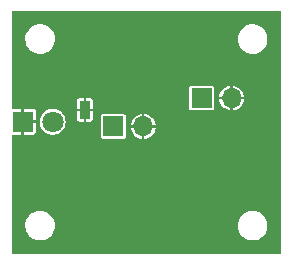
<source format=gbr>
%TF.GenerationSoftware,KiCad,Pcbnew,(6.0.2)*%
%TF.CreationDate,2022-05-16T06:01:07+03:00*%
%TF.ProjectId,FLIM_detector,464c494d-5f64-4657-9465-63746f722e6b,rev?*%
%TF.SameCoordinates,Original*%
%TF.FileFunction,Copper,L2,Bot*%
%TF.FilePolarity,Positive*%
%FSLAX46Y46*%
G04 Gerber Fmt 4.6, Leading zero omitted, Abs format (unit mm)*
G04 Created by KiCad (PCBNEW (6.0.2)) date 2022-05-16 06:01:07*
%MOMM*%
%LPD*%
G01*
G04 APERTURE LIST*
%TA.AperFunction,SMDPad,CuDef*%
%ADD10R,0.900000X1.600000*%
%TD*%
%TA.AperFunction,ComponentPad*%
%ADD11C,0.600000*%
%TD*%
%TA.AperFunction,ComponentPad*%
%ADD12R,1.700000X1.700000*%
%TD*%
%TA.AperFunction,ComponentPad*%
%ADD13O,1.700000X1.700000*%
%TD*%
%TA.AperFunction,ComponentPad*%
%ADD14R,1.800000X1.800000*%
%TD*%
%TA.AperFunction,ComponentPad*%
%ADD15C,1.800000*%
%TD*%
%TA.AperFunction,ViaPad*%
%ADD16C,0.800000*%
%TD*%
G04 APERTURE END LIST*
D10*
%TO.P,U2,9,V-*%
%TO.N,GND*%
X252000000Y-43800000D03*
D11*
X252000000Y-44300000D03*
X252000000Y-43300000D03*
%TD*%
D12*
%TO.P,J1,1,Pin_1*%
%TO.N,Net-(D1-Pad2)*%
X261875000Y-42800000D03*
D13*
%TO.P,J1,2,Pin_2*%
%TO.N,GND*%
X264415000Y-42800000D03*
%TD*%
D14*
%TO.P,D2,1,K*%
%TO.N,GND*%
X246725000Y-44800000D03*
D15*
%TO.P,D2,2,A*%
%TO.N,Net-(U2-Pad3)*%
X249265000Y-44800000D03*
%TD*%
D12*
%TO.P,J2,1,Pin_1*%
%TO.N,Net-(J2-Pad1)*%
X254400000Y-45200000D03*
D13*
%TO.P,J2,2,Pin_2*%
%TO.N,GND*%
X256940000Y-45200000D03*
%TD*%
D16*
%TO.N,GND*%
X252200000Y-40400000D03*
X260000000Y-46800000D03*
X253000000Y-48200000D03*
X248400000Y-49000000D03*
X246600000Y-48400000D03*
X263400000Y-39200000D03*
X266200000Y-45400000D03*
X264200000Y-46000000D03*
X265800000Y-47000000D03*
X257600000Y-49600000D03*
X254600000Y-38600000D03*
X256200000Y-47000000D03*
X261400000Y-39200000D03*
X247000000Y-42000000D03*
X256984812Y-39982490D03*
X258800000Y-38800000D03*
X252583886Y-45782894D03*
X257200000Y-43200000D03*
X256400000Y-53000000D03*
%TD*%
%TA.AperFunction,Conductor*%
%TO.N,GND*%
G36*
X268559191Y-35418907D02*
G01*
X268595155Y-35468407D01*
X268600000Y-35499000D01*
X268600000Y-55901000D01*
X268581093Y-55959191D01*
X268531593Y-55995155D01*
X268501000Y-56000000D01*
X245899000Y-56000000D01*
X245840809Y-55981093D01*
X245804845Y-55931593D01*
X245800000Y-55901000D01*
X245800000Y-53639438D01*
X246945066Y-53639438D01*
X246971883Y-53861044D01*
X246973176Y-53865249D01*
X246973177Y-53865251D01*
X247014776Y-54000471D01*
X247037519Y-54074400D01*
X247139901Y-54272759D01*
X247275790Y-54449854D01*
X247279046Y-54452817D01*
X247279049Y-54452820D01*
X247386341Y-54550448D01*
X247440893Y-54600086D01*
X247629990Y-54718707D01*
X247634072Y-54720348D01*
X247634076Y-54720350D01*
X247762877Y-54772127D01*
X247837105Y-54801966D01*
X248055690Y-54847233D01*
X248112349Y-54850500D01*
X248256630Y-54850500D01*
X248258824Y-54850304D01*
X248258828Y-54850304D01*
X248417951Y-54836103D01*
X248417955Y-54836102D01*
X248422339Y-54835711D01*
X248426584Y-54834550D01*
X248426588Y-54834549D01*
X248633400Y-54777971D01*
X248633401Y-54777971D01*
X248637651Y-54776808D01*
X248756018Y-54720350D01*
X248835151Y-54682606D01*
X248835156Y-54682603D01*
X248839129Y-54680708D01*
X249020405Y-54550448D01*
X249115014Y-54452820D01*
X249172681Y-54393312D01*
X249175749Y-54390146D01*
X249300250Y-54204868D01*
X249389974Y-54000471D01*
X249442085Y-53783415D01*
X249450386Y-53639438D01*
X264945066Y-53639438D01*
X264971883Y-53861044D01*
X264973176Y-53865249D01*
X264973177Y-53865251D01*
X265014776Y-54000471D01*
X265037519Y-54074400D01*
X265139901Y-54272759D01*
X265275790Y-54449854D01*
X265279046Y-54452817D01*
X265279049Y-54452820D01*
X265386341Y-54550448D01*
X265440893Y-54600086D01*
X265629990Y-54718707D01*
X265634072Y-54720348D01*
X265634076Y-54720350D01*
X265762877Y-54772127D01*
X265837105Y-54801966D01*
X266055690Y-54847233D01*
X266112349Y-54850500D01*
X266256630Y-54850500D01*
X266258824Y-54850304D01*
X266258828Y-54850304D01*
X266417951Y-54836103D01*
X266417955Y-54836102D01*
X266422339Y-54835711D01*
X266426584Y-54834550D01*
X266426588Y-54834549D01*
X266633400Y-54777971D01*
X266633401Y-54777971D01*
X266637651Y-54776808D01*
X266756018Y-54720350D01*
X266835151Y-54682606D01*
X266835156Y-54682603D01*
X266839129Y-54680708D01*
X267020405Y-54550448D01*
X267115014Y-54452820D01*
X267172681Y-54393312D01*
X267175749Y-54390146D01*
X267300250Y-54204868D01*
X267389974Y-54000471D01*
X267442085Y-53783415D01*
X267454934Y-53560562D01*
X267428117Y-53338956D01*
X267386541Y-53203808D01*
X267363778Y-53129815D01*
X267363777Y-53129812D01*
X267362481Y-53125600D01*
X267260099Y-52927241D01*
X267124210Y-52750146D01*
X267120954Y-52747183D01*
X267120951Y-52747180D01*
X266962361Y-52602875D01*
X266962362Y-52602875D01*
X266959107Y-52599914D01*
X266770010Y-52481293D01*
X266765928Y-52479652D01*
X266765924Y-52479650D01*
X266622585Y-52422029D01*
X266562895Y-52398034D01*
X266344310Y-52352767D01*
X266287651Y-52349500D01*
X266143370Y-52349500D01*
X266141176Y-52349696D01*
X266141172Y-52349696D01*
X265982049Y-52363897D01*
X265982045Y-52363898D01*
X265977661Y-52364289D01*
X265973416Y-52365450D01*
X265973412Y-52365451D01*
X265848301Y-52399678D01*
X265762349Y-52423192D01*
X265758371Y-52425089D01*
X265758372Y-52425089D01*
X265564849Y-52517394D01*
X265564844Y-52517397D01*
X265560871Y-52519292D01*
X265379595Y-52649552D01*
X265376522Y-52652723D01*
X265376521Y-52652724D01*
X265282112Y-52750146D01*
X265224251Y-52809854D01*
X265099750Y-52995132D01*
X265010026Y-53199529D01*
X264957915Y-53416585D01*
X264945066Y-53639438D01*
X249450386Y-53639438D01*
X249454934Y-53560562D01*
X249428117Y-53338956D01*
X249386541Y-53203808D01*
X249363778Y-53129815D01*
X249363777Y-53129812D01*
X249362481Y-53125600D01*
X249260099Y-52927241D01*
X249124210Y-52750146D01*
X249120954Y-52747183D01*
X249120951Y-52747180D01*
X248962361Y-52602875D01*
X248962362Y-52602875D01*
X248959107Y-52599914D01*
X248770010Y-52481293D01*
X248765928Y-52479652D01*
X248765924Y-52479650D01*
X248622585Y-52422029D01*
X248562895Y-52398034D01*
X248344310Y-52352767D01*
X248287651Y-52349500D01*
X248143370Y-52349500D01*
X248141176Y-52349696D01*
X248141172Y-52349696D01*
X247982049Y-52363897D01*
X247982045Y-52363898D01*
X247977661Y-52364289D01*
X247973416Y-52365450D01*
X247973412Y-52365451D01*
X247848301Y-52399678D01*
X247762349Y-52423192D01*
X247758371Y-52425089D01*
X247758372Y-52425089D01*
X247564849Y-52517394D01*
X247564844Y-52517397D01*
X247560871Y-52519292D01*
X247379595Y-52649552D01*
X247376522Y-52652723D01*
X247376521Y-52652724D01*
X247282112Y-52750146D01*
X247224251Y-52809854D01*
X247099750Y-52995132D01*
X247010026Y-53199529D01*
X246957915Y-53416585D01*
X246945066Y-53639438D01*
X245800000Y-53639438D01*
X245800000Y-46069748D01*
X253349500Y-46069748D01*
X253361133Y-46128231D01*
X253405448Y-46194552D01*
X253471769Y-46238867D01*
X253481332Y-46240769D01*
X253481334Y-46240770D01*
X253504005Y-46245279D01*
X253530252Y-46250500D01*
X255269748Y-46250500D01*
X255295995Y-46245279D01*
X255318666Y-46240770D01*
X255318668Y-46240769D01*
X255328231Y-46238867D01*
X255394552Y-46194552D01*
X255438867Y-46128231D01*
X255450500Y-46069748D01*
X255450500Y-45309846D01*
X255895483Y-45309846D01*
X255901847Y-45385644D01*
X255903585Y-45395111D01*
X255957674Y-45583743D01*
X255961225Y-45592711D01*
X256050919Y-45767236D01*
X256056142Y-45775341D01*
X256178037Y-45929134D01*
X256184720Y-45936055D01*
X256334164Y-46063241D01*
X256342078Y-46068742D01*
X256513373Y-46164475D01*
X256522201Y-46168332D01*
X256708838Y-46228974D01*
X256718238Y-46231041D01*
X256824432Y-46243704D01*
X256837514Y-46241113D01*
X256838955Y-46239557D01*
X256840000Y-46234803D01*
X256840000Y-46229775D01*
X257040000Y-46229775D01*
X257044122Y-46242460D01*
X257046735Y-46244359D01*
X257049679Y-46244710D01*
X257118385Y-46239424D01*
X257127876Y-46237750D01*
X257316882Y-46184978D01*
X257325862Y-46181496D01*
X257501020Y-46093017D01*
X257509155Y-46087854D01*
X257663787Y-45967042D01*
X257670771Y-45960391D01*
X257798990Y-45811848D01*
X257804546Y-45803973D01*
X257901471Y-45633353D01*
X257905392Y-45624546D01*
X257967334Y-45438346D01*
X257969469Y-45428944D01*
X257983794Y-45315556D01*
X257981294Y-45302455D01*
X257979884Y-45301130D01*
X257974829Y-45300000D01*
X257055680Y-45300000D01*
X257042995Y-45304122D01*
X257040000Y-45308243D01*
X257040000Y-46229775D01*
X256840000Y-46229775D01*
X256840000Y-45315680D01*
X256835878Y-45302995D01*
X256831757Y-45300000D01*
X255910336Y-45300000D01*
X255897651Y-45304122D01*
X255895860Y-45306586D01*
X255895483Y-45309846D01*
X255450500Y-45309846D01*
X255450500Y-45084417D01*
X255896334Y-45084417D01*
X255899016Y-45097484D01*
X255900719Y-45099039D01*
X255905165Y-45100000D01*
X256824320Y-45100000D01*
X256837005Y-45095878D01*
X256840000Y-45091757D01*
X256840000Y-45084320D01*
X257040000Y-45084320D01*
X257044122Y-45097005D01*
X257048243Y-45100000D01*
X257969596Y-45100000D01*
X257982281Y-45095878D01*
X257983854Y-45093713D01*
X257984278Y-45089818D01*
X257975459Y-44999885D01*
X257973589Y-44990437D01*
X257916869Y-44802572D01*
X257913199Y-44793668D01*
X257821072Y-44620401D01*
X257815740Y-44612376D01*
X257691716Y-44460307D01*
X257684922Y-44453466D01*
X257533721Y-44328381D01*
X257525738Y-44322997D01*
X257353114Y-44229660D01*
X257344243Y-44225931D01*
X257156775Y-44167900D01*
X257147341Y-44165963D01*
X257055594Y-44156320D01*
X257042548Y-44159093D01*
X257040881Y-44160945D01*
X257040000Y-44165088D01*
X257040000Y-45084320D01*
X256840000Y-45084320D01*
X256840000Y-44170396D01*
X256835878Y-44157711D01*
X256833563Y-44156028D01*
X256829987Y-44155627D01*
X256747117Y-44163168D01*
X256737654Y-44164974D01*
X256549407Y-44220378D01*
X256540466Y-44223991D01*
X256366573Y-44314899D01*
X256358497Y-44320184D01*
X256205571Y-44443140D01*
X256198687Y-44449881D01*
X256072551Y-44600205D01*
X256067104Y-44608159D01*
X255972573Y-44780111D01*
X255968773Y-44788976D01*
X255909440Y-44976019D01*
X255907435Y-44985450D01*
X255896334Y-45084417D01*
X255450500Y-45084417D01*
X255450500Y-44330252D01*
X255438867Y-44271769D01*
X255394552Y-44205448D01*
X255328231Y-44161133D01*
X255318668Y-44159231D01*
X255318666Y-44159230D01*
X255295995Y-44154721D01*
X255269748Y-44149500D01*
X253530252Y-44149500D01*
X253504005Y-44154721D01*
X253481334Y-44159230D01*
X253481332Y-44159231D01*
X253471769Y-44161133D01*
X253405448Y-44205448D01*
X253361133Y-44271769D01*
X253349500Y-44330252D01*
X253349500Y-46069748D01*
X245800000Y-46069748D01*
X245800000Y-45999000D01*
X245818907Y-45940809D01*
X245868407Y-45904845D01*
X245899000Y-45900000D01*
X246609320Y-45900000D01*
X246622005Y-45895878D01*
X246625000Y-45891757D01*
X246625000Y-45884320D01*
X246825000Y-45884320D01*
X246829122Y-45897005D01*
X246833243Y-45900000D01*
X247639840Y-45900000D01*
X247649462Y-45899052D01*
X247693474Y-45890298D01*
X247711142Y-45882979D01*
X247761082Y-45849611D01*
X247774611Y-45836082D01*
X247807979Y-45786142D01*
X247815298Y-45768474D01*
X247824052Y-45724462D01*
X247825000Y-45714840D01*
X247825000Y-44915680D01*
X247820878Y-44902995D01*
X247816757Y-44900000D01*
X246840680Y-44900000D01*
X246827995Y-44904122D01*
X246825000Y-44908243D01*
X246825000Y-45884320D01*
X246625000Y-45884320D01*
X246625000Y-44771069D01*
X248160164Y-44771069D01*
X248161338Y-44788976D01*
X248169155Y-44908243D01*
X248173392Y-44972894D01*
X248174508Y-44977287D01*
X248174508Y-44977289D01*
X248205673Y-45100000D01*
X248223178Y-45168928D01*
X248307856Y-45352607D01*
X248424588Y-45517780D01*
X248569466Y-45658913D01*
X248737637Y-45771282D01*
X248923470Y-45851122D01*
X249120740Y-45895760D01*
X249322842Y-45903700D01*
X249348361Y-45900000D01*
X249518519Y-45875329D01*
X249518522Y-45875328D01*
X249523007Y-45874678D01*
X249636707Y-45836082D01*
X249710234Y-45811123D01*
X249710237Y-45811121D01*
X249714531Y-45809664D01*
X249891001Y-45710837D01*
X250046505Y-45581505D01*
X250175837Y-45426001D01*
X250274664Y-45249531D01*
X250339678Y-45058007D01*
X250351566Y-44976019D01*
X250368283Y-44860717D01*
X250368700Y-44857842D01*
X250370215Y-44800000D01*
X250369837Y-44795878D01*
X250353201Y-44614840D01*
X251350000Y-44614840D01*
X251350948Y-44624462D01*
X251359702Y-44668474D01*
X251367021Y-44686142D01*
X251400389Y-44736082D01*
X251413918Y-44749611D01*
X251463858Y-44782979D01*
X251481526Y-44790298D01*
X251525538Y-44799052D01*
X251535160Y-44800000D01*
X251884320Y-44800000D01*
X251897005Y-44795878D01*
X251900000Y-44791757D01*
X251900000Y-44784320D01*
X252100000Y-44784320D01*
X252104122Y-44797005D01*
X252108243Y-44800000D01*
X252464840Y-44800000D01*
X252474462Y-44799052D01*
X252518474Y-44790298D01*
X252536142Y-44782979D01*
X252586082Y-44749611D01*
X252599611Y-44736082D01*
X252632979Y-44686142D01*
X252640298Y-44668474D01*
X252649052Y-44624462D01*
X252650000Y-44614840D01*
X252650000Y-43915680D01*
X252645878Y-43902995D01*
X252641757Y-43900000D01*
X252115680Y-43900000D01*
X252102995Y-43904122D01*
X252100000Y-43908243D01*
X252100000Y-44784320D01*
X251900000Y-44784320D01*
X251900000Y-43915680D01*
X251895878Y-43902995D01*
X251891757Y-43900000D01*
X251365680Y-43900000D01*
X251352995Y-43904122D01*
X251350000Y-43908243D01*
X251350000Y-44614840D01*
X250353201Y-44614840D01*
X250352123Y-44603109D01*
X250351708Y-44598591D01*
X250296807Y-44403926D01*
X250207351Y-44222527D01*
X250086335Y-44060467D01*
X249937812Y-43923174D01*
X249915125Y-43908859D01*
X249770594Y-43817667D01*
X249766757Y-43815246D01*
X249578898Y-43740298D01*
X249380526Y-43700839D01*
X249280930Y-43699535D01*
X249182826Y-43698251D01*
X249182821Y-43698251D01*
X249178286Y-43698192D01*
X249173813Y-43698961D01*
X249173808Y-43698961D01*
X249076511Y-43715680D01*
X248978949Y-43732444D01*
X248789193Y-43802449D01*
X248615371Y-43905862D01*
X248611956Y-43908857D01*
X248611953Y-43908859D01*
X248595630Y-43923174D01*
X248463305Y-44039220D01*
X248460497Y-44042782D01*
X248361863Y-44167900D01*
X248338089Y-44198057D01*
X248243914Y-44377053D01*
X248242569Y-44381384D01*
X248242568Y-44381387D01*
X248221301Y-44449881D01*
X248183937Y-44570213D01*
X248160164Y-44771069D01*
X246625000Y-44771069D01*
X246625000Y-44684320D01*
X246825000Y-44684320D01*
X246829122Y-44697005D01*
X246833243Y-44700000D01*
X247809320Y-44700000D01*
X247822005Y-44695878D01*
X247825000Y-44691757D01*
X247825000Y-43885160D01*
X247824052Y-43875538D01*
X247815298Y-43831526D01*
X247807979Y-43813858D01*
X247774611Y-43763918D01*
X247761082Y-43750389D01*
X247711142Y-43717021D01*
X247693474Y-43709702D01*
X247649462Y-43700948D01*
X247639840Y-43700000D01*
X246840680Y-43700000D01*
X246827995Y-43704122D01*
X246825000Y-43708243D01*
X246825000Y-44684320D01*
X246625000Y-44684320D01*
X246625000Y-43715680D01*
X246620878Y-43702995D01*
X246616757Y-43700000D01*
X245899000Y-43700000D01*
X245850741Y-43684320D01*
X251350000Y-43684320D01*
X251354122Y-43697005D01*
X251358243Y-43700000D01*
X251884320Y-43700000D01*
X251897005Y-43695878D01*
X251900000Y-43691757D01*
X251900000Y-43684320D01*
X252100000Y-43684320D01*
X252104122Y-43697005D01*
X252108243Y-43700000D01*
X252634320Y-43700000D01*
X252647005Y-43695878D01*
X252650000Y-43691757D01*
X252650000Y-43669748D01*
X260824500Y-43669748D01*
X260829698Y-43695878D01*
X260830518Y-43700000D01*
X260836133Y-43728231D01*
X260880448Y-43794552D01*
X260946769Y-43838867D01*
X260956332Y-43840769D01*
X260956334Y-43840770D01*
X260979005Y-43845279D01*
X261005252Y-43850500D01*
X262744748Y-43850500D01*
X262770995Y-43845279D01*
X262793666Y-43840770D01*
X262793668Y-43840769D01*
X262803231Y-43838867D01*
X262869552Y-43794552D01*
X262913867Y-43728231D01*
X262919483Y-43700000D01*
X262920302Y-43695878D01*
X262925500Y-43669748D01*
X262925500Y-42909846D01*
X263370483Y-42909846D01*
X263376847Y-42985644D01*
X263378585Y-42995111D01*
X263432674Y-43183743D01*
X263436225Y-43192711D01*
X263525919Y-43367236D01*
X263531142Y-43375341D01*
X263653037Y-43529134D01*
X263659720Y-43536055D01*
X263809164Y-43663241D01*
X263817078Y-43668742D01*
X263988373Y-43764475D01*
X263997201Y-43768332D01*
X264183838Y-43828974D01*
X264193238Y-43831041D01*
X264299432Y-43843704D01*
X264312514Y-43841113D01*
X264313955Y-43839557D01*
X264315000Y-43834803D01*
X264315000Y-43829775D01*
X264515000Y-43829775D01*
X264519122Y-43842460D01*
X264521735Y-43844359D01*
X264524679Y-43844710D01*
X264593385Y-43839424D01*
X264602876Y-43837750D01*
X264791882Y-43784978D01*
X264800862Y-43781496D01*
X264976020Y-43693017D01*
X264984155Y-43687854D01*
X265138787Y-43567042D01*
X265145771Y-43560391D01*
X265273990Y-43411848D01*
X265279546Y-43403973D01*
X265376471Y-43233353D01*
X265380392Y-43224546D01*
X265442334Y-43038346D01*
X265444469Y-43028944D01*
X265458794Y-42915556D01*
X265456294Y-42902455D01*
X265454884Y-42901130D01*
X265449829Y-42900000D01*
X264530680Y-42900000D01*
X264517995Y-42904122D01*
X264515000Y-42908243D01*
X264515000Y-43829775D01*
X264315000Y-43829775D01*
X264315000Y-42915680D01*
X264310878Y-42902995D01*
X264306757Y-42900000D01*
X263385336Y-42900000D01*
X263372651Y-42904122D01*
X263370860Y-42906586D01*
X263370483Y-42909846D01*
X262925500Y-42909846D01*
X262925500Y-42684417D01*
X263371334Y-42684417D01*
X263374016Y-42697484D01*
X263375719Y-42699039D01*
X263380165Y-42700000D01*
X264299320Y-42700000D01*
X264312005Y-42695878D01*
X264315000Y-42691757D01*
X264315000Y-42684320D01*
X264515000Y-42684320D01*
X264519122Y-42697005D01*
X264523243Y-42700000D01*
X265444596Y-42700000D01*
X265457281Y-42695878D01*
X265458854Y-42693713D01*
X265459278Y-42689818D01*
X265450459Y-42599885D01*
X265448589Y-42590437D01*
X265391869Y-42402572D01*
X265388199Y-42393668D01*
X265296072Y-42220401D01*
X265290740Y-42212376D01*
X265166716Y-42060307D01*
X265159922Y-42053466D01*
X265008721Y-41928381D01*
X265000738Y-41922997D01*
X264828114Y-41829660D01*
X264819243Y-41825931D01*
X264631775Y-41767900D01*
X264622341Y-41765963D01*
X264530594Y-41756320D01*
X264517548Y-41759093D01*
X264515881Y-41760945D01*
X264515000Y-41765088D01*
X264515000Y-42684320D01*
X264315000Y-42684320D01*
X264315000Y-41770396D01*
X264310878Y-41757711D01*
X264308563Y-41756028D01*
X264304987Y-41755627D01*
X264222117Y-41763168D01*
X264212654Y-41764974D01*
X264024407Y-41820378D01*
X264015466Y-41823991D01*
X263841573Y-41914899D01*
X263833497Y-41920184D01*
X263680571Y-42043140D01*
X263673687Y-42049881D01*
X263547551Y-42200205D01*
X263542104Y-42208159D01*
X263447573Y-42380111D01*
X263443773Y-42388976D01*
X263384440Y-42576019D01*
X263382435Y-42585450D01*
X263371334Y-42684417D01*
X262925500Y-42684417D01*
X262925500Y-41930252D01*
X262913867Y-41871769D01*
X262869552Y-41805448D01*
X262803231Y-41761133D01*
X262793668Y-41759231D01*
X262793666Y-41759230D01*
X262770995Y-41754721D01*
X262744748Y-41749500D01*
X261005252Y-41749500D01*
X260979005Y-41754721D01*
X260956334Y-41759230D01*
X260956332Y-41759231D01*
X260946769Y-41761133D01*
X260880448Y-41805448D01*
X260836133Y-41871769D01*
X260824500Y-41930252D01*
X260824500Y-43669748D01*
X252650000Y-43669748D01*
X252650000Y-42985160D01*
X252649052Y-42975538D01*
X252640298Y-42931526D01*
X252632979Y-42913858D01*
X252599611Y-42863918D01*
X252586082Y-42850389D01*
X252536142Y-42817021D01*
X252518474Y-42809702D01*
X252474462Y-42800948D01*
X252464840Y-42800000D01*
X252115680Y-42800000D01*
X252102995Y-42804122D01*
X252100000Y-42808243D01*
X252100000Y-43684320D01*
X251900000Y-43684320D01*
X251900000Y-42815680D01*
X251895878Y-42802995D01*
X251891757Y-42800000D01*
X251535160Y-42800000D01*
X251525538Y-42800948D01*
X251481526Y-42809702D01*
X251463858Y-42817021D01*
X251413918Y-42850389D01*
X251400389Y-42863918D01*
X251367021Y-42913858D01*
X251359702Y-42931526D01*
X251350948Y-42975538D01*
X251350000Y-42985160D01*
X251350000Y-43684320D01*
X245850741Y-43684320D01*
X245840809Y-43681093D01*
X245804845Y-43631593D01*
X245800000Y-43601000D01*
X245800000Y-37839438D01*
X246945066Y-37839438D01*
X246971883Y-38061044D01*
X246973176Y-38065249D01*
X246973177Y-38065251D01*
X247014776Y-38200471D01*
X247037519Y-38274400D01*
X247139901Y-38472759D01*
X247275790Y-38649854D01*
X247279046Y-38652817D01*
X247279049Y-38652820D01*
X247386341Y-38750448D01*
X247440893Y-38800086D01*
X247629990Y-38918707D01*
X247634072Y-38920348D01*
X247634076Y-38920350D01*
X247762877Y-38972127D01*
X247837105Y-39001966D01*
X248055690Y-39047233D01*
X248112349Y-39050500D01*
X248256630Y-39050500D01*
X248258824Y-39050304D01*
X248258828Y-39050304D01*
X248417951Y-39036103D01*
X248417955Y-39036102D01*
X248422339Y-39035711D01*
X248426584Y-39034550D01*
X248426588Y-39034549D01*
X248633400Y-38977971D01*
X248633401Y-38977971D01*
X248637651Y-38976808D01*
X248756018Y-38920350D01*
X248835151Y-38882606D01*
X248835156Y-38882603D01*
X248839129Y-38880708D01*
X249020405Y-38750448D01*
X249115014Y-38652820D01*
X249172681Y-38593312D01*
X249175749Y-38590146D01*
X249300250Y-38404868D01*
X249389974Y-38200471D01*
X249442085Y-37983415D01*
X249450386Y-37839438D01*
X264945066Y-37839438D01*
X264971883Y-38061044D01*
X264973176Y-38065249D01*
X264973177Y-38065251D01*
X265014776Y-38200471D01*
X265037519Y-38274400D01*
X265139901Y-38472759D01*
X265275790Y-38649854D01*
X265279046Y-38652817D01*
X265279049Y-38652820D01*
X265386341Y-38750448D01*
X265440893Y-38800086D01*
X265629990Y-38918707D01*
X265634072Y-38920348D01*
X265634076Y-38920350D01*
X265762877Y-38972127D01*
X265837105Y-39001966D01*
X266055690Y-39047233D01*
X266112349Y-39050500D01*
X266256630Y-39050500D01*
X266258824Y-39050304D01*
X266258828Y-39050304D01*
X266417951Y-39036103D01*
X266417955Y-39036102D01*
X266422339Y-39035711D01*
X266426584Y-39034550D01*
X266426588Y-39034549D01*
X266633400Y-38977971D01*
X266633401Y-38977971D01*
X266637651Y-38976808D01*
X266756018Y-38920350D01*
X266835151Y-38882606D01*
X266835156Y-38882603D01*
X266839129Y-38880708D01*
X267020405Y-38750448D01*
X267115014Y-38652820D01*
X267172681Y-38593312D01*
X267175749Y-38590146D01*
X267300250Y-38404868D01*
X267389974Y-38200471D01*
X267442085Y-37983415D01*
X267454934Y-37760562D01*
X267428117Y-37538956D01*
X267386541Y-37403808D01*
X267363778Y-37329815D01*
X267363777Y-37329812D01*
X267362481Y-37325600D01*
X267260099Y-37127241D01*
X267124210Y-36950146D01*
X267120954Y-36947183D01*
X267120951Y-36947180D01*
X266962361Y-36802875D01*
X266962362Y-36802875D01*
X266959107Y-36799914D01*
X266770010Y-36681293D01*
X266765928Y-36679652D01*
X266765924Y-36679650D01*
X266622585Y-36622029D01*
X266562895Y-36598034D01*
X266344310Y-36552767D01*
X266287651Y-36549500D01*
X266143370Y-36549500D01*
X266141176Y-36549696D01*
X266141172Y-36549696D01*
X265982049Y-36563897D01*
X265982045Y-36563898D01*
X265977661Y-36564289D01*
X265973416Y-36565450D01*
X265973412Y-36565451D01*
X265848301Y-36599678D01*
X265762349Y-36623192D01*
X265758371Y-36625089D01*
X265758372Y-36625089D01*
X265564849Y-36717394D01*
X265564844Y-36717397D01*
X265560871Y-36719292D01*
X265379595Y-36849552D01*
X265376522Y-36852723D01*
X265376521Y-36852724D01*
X265282112Y-36950146D01*
X265224251Y-37009854D01*
X265099750Y-37195132D01*
X265010026Y-37399529D01*
X264957915Y-37616585D01*
X264945066Y-37839438D01*
X249450386Y-37839438D01*
X249454934Y-37760562D01*
X249428117Y-37538956D01*
X249386541Y-37403808D01*
X249363778Y-37329815D01*
X249363777Y-37329812D01*
X249362481Y-37325600D01*
X249260099Y-37127241D01*
X249124210Y-36950146D01*
X249120954Y-36947183D01*
X249120951Y-36947180D01*
X248962361Y-36802875D01*
X248962362Y-36802875D01*
X248959107Y-36799914D01*
X248770010Y-36681293D01*
X248765928Y-36679652D01*
X248765924Y-36679650D01*
X248622585Y-36622029D01*
X248562895Y-36598034D01*
X248344310Y-36552767D01*
X248287651Y-36549500D01*
X248143370Y-36549500D01*
X248141176Y-36549696D01*
X248141172Y-36549696D01*
X247982049Y-36563897D01*
X247982045Y-36563898D01*
X247977661Y-36564289D01*
X247973416Y-36565450D01*
X247973412Y-36565451D01*
X247848301Y-36599678D01*
X247762349Y-36623192D01*
X247758371Y-36625089D01*
X247758372Y-36625089D01*
X247564849Y-36717394D01*
X247564844Y-36717397D01*
X247560871Y-36719292D01*
X247379595Y-36849552D01*
X247376522Y-36852723D01*
X247376521Y-36852724D01*
X247282112Y-36950146D01*
X247224251Y-37009854D01*
X247099750Y-37195132D01*
X247010026Y-37399529D01*
X246957915Y-37616585D01*
X246945066Y-37839438D01*
X245800000Y-37839438D01*
X245800000Y-35499000D01*
X245818907Y-35440809D01*
X245868407Y-35404845D01*
X245899000Y-35400000D01*
X268501000Y-35400000D01*
X268559191Y-35418907D01*
G37*
%TD.AperFunction*%
%TD*%
M02*

</source>
